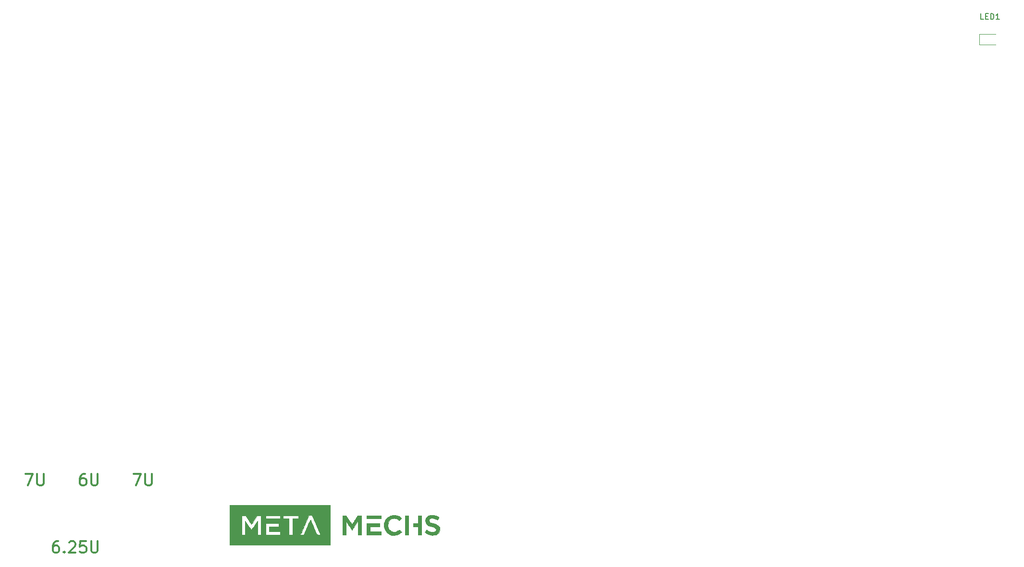
<source format=gto>
G04 #@! TF.GenerationSoftware,KiCad,Pcbnew,(5.1.2)-1*
G04 #@! TF.CreationDate,2019-05-29T05:21:17-07:00*
G04 #@! TF.ProjectId,mad cat,6d616420-6361-4742-9e6b-696361645f70,rev?*
G04 #@! TF.SameCoordinates,Original*
G04 #@! TF.FileFunction,Legend,Top*
G04 #@! TF.FilePolarity,Positive*
%FSLAX46Y46*%
G04 Gerber Fmt 4.6, Leading zero omitted, Abs format (unit mm)*
G04 Created by KiCad (PCBNEW (5.1.2)-1) date 2019-05-29 05:21:17*
%MOMM*%
%LPD*%
G04 APERTURE LIST*
%ADD10C,0.010000*%
%ADD11C,0.120000*%
%ADD12C,0.150000*%
%ADD13C,0.300000*%
G04 APERTURE END LIST*
D10*
G36*
X210170334Y-109899334D02*
G01*
X207630334Y-109899334D01*
X207630334Y-109349000D01*
X210170334Y-109349000D01*
X210170334Y-109899334D01*
X210170334Y-109899334D01*
G37*
X210170334Y-109899334D02*
X207630334Y-109899334D01*
X207630334Y-109349000D01*
X210170334Y-109349000D01*
X210170334Y-109899334D01*
G36*
X217282334Y-112735667D02*
G01*
X216689667Y-112735667D01*
X216689667Y-111296334D01*
X215885334Y-111296334D01*
X215885334Y-110746000D01*
X216689667Y-110746000D01*
X216689667Y-109349000D01*
X217282334Y-109349000D01*
X217282334Y-112735667D01*
X217282334Y-112735667D01*
G37*
X217282334Y-112735667D02*
X216689667Y-112735667D01*
X216689667Y-111296334D01*
X215885334Y-111296334D01*
X215885334Y-110746000D01*
X216689667Y-110746000D01*
X216689667Y-109349000D01*
X217282334Y-109349000D01*
X217282334Y-112735667D01*
G36*
X215038667Y-112735667D02*
G01*
X214446000Y-112735667D01*
X214446000Y-109349000D01*
X215038667Y-109349000D01*
X215038667Y-112735667D01*
X215038667Y-112735667D01*
G37*
X215038667Y-112735667D02*
X214446000Y-112735667D01*
X214446000Y-109349000D01*
X215038667Y-109349000D01*
X215038667Y-112735667D01*
G36*
X209916334Y-111296334D02*
G01*
X208223000Y-111296334D01*
X208223000Y-112185334D01*
X210170334Y-112185334D01*
X210170334Y-112735667D01*
X207630334Y-112735667D01*
X207630334Y-110746000D01*
X209916334Y-110746000D01*
X209916334Y-111296334D01*
X209916334Y-111296334D01*
G37*
X209916334Y-111296334D02*
X208223000Y-111296334D01*
X208223000Y-112185334D01*
X210170334Y-112185334D01*
X210170334Y-112735667D01*
X207630334Y-112735667D01*
X207630334Y-110746000D01*
X209916334Y-110746000D01*
X209916334Y-111296334D01*
G36*
X206741334Y-112735667D02*
G01*
X206148667Y-112735667D01*
X206148235Y-111518584D01*
X206147803Y-110301500D01*
X205629652Y-111095023D01*
X205478751Y-111324089D01*
X205342368Y-111527264D01*
X205227486Y-111694455D01*
X205141093Y-111815570D01*
X205090172Y-111880514D01*
X205080320Y-111888773D01*
X205048664Y-111855240D01*
X204977415Y-111761231D01*
X204873764Y-111616836D01*
X204744900Y-111432147D01*
X204598014Y-111217255D01*
X204529986Y-111116417D01*
X204010834Y-110343834D01*
X203999591Y-111539750D01*
X203988348Y-112735667D01*
X203397000Y-112735667D01*
X203397000Y-109349000D01*
X204059281Y-109349000D01*
X204559798Y-110134476D01*
X204716471Y-110376174D01*
X204853837Y-110579907D01*
X204966128Y-110737657D01*
X205047582Y-110841408D01*
X205092431Y-110883141D01*
X205097715Y-110882552D01*
X205131096Y-110837064D01*
X205202809Y-110731541D01*
X205305423Y-110577184D01*
X205431508Y-110385190D01*
X205573631Y-110166761D01*
X205611880Y-110107659D01*
X206088645Y-109370167D01*
X206414989Y-109357803D01*
X206741334Y-109345439D01*
X206741334Y-112735667D01*
X206741334Y-112735667D01*
G37*
X206741334Y-112735667D02*
X206148667Y-112735667D01*
X206148235Y-111518584D01*
X206147803Y-110301500D01*
X205629652Y-111095023D01*
X205478751Y-111324089D01*
X205342368Y-111527264D01*
X205227486Y-111694455D01*
X205141093Y-111815570D01*
X205090172Y-111880514D01*
X205080320Y-111888773D01*
X205048664Y-111855240D01*
X204977415Y-111761231D01*
X204873764Y-111616836D01*
X204744900Y-111432147D01*
X204598014Y-111217255D01*
X204529986Y-111116417D01*
X204010834Y-110343834D01*
X203999591Y-111539750D01*
X203988348Y-112735667D01*
X203397000Y-112735667D01*
X203397000Y-109349000D01*
X204059281Y-109349000D01*
X204559798Y-110134476D01*
X204716471Y-110376174D01*
X204853837Y-110579907D01*
X204966128Y-110737657D01*
X205047582Y-110841408D01*
X205092431Y-110883141D01*
X205097715Y-110882552D01*
X205131096Y-110837064D01*
X205202809Y-110731541D01*
X205305423Y-110577184D01*
X205431508Y-110385190D01*
X205573631Y-110166761D01*
X205611880Y-110107659D01*
X206088645Y-109370167D01*
X206414989Y-109357803D01*
X206741334Y-109345439D01*
X206741334Y-112735667D01*
G36*
X219477822Y-109306119D02*
G01*
X219666450Y-109344772D01*
X219870634Y-109406470D01*
X220067382Y-109482091D01*
X220233702Y-109562509D01*
X220346605Y-109638600D01*
X220366176Y-109658679D01*
X220381261Y-109709733D01*
X220352542Y-109789561D01*
X220273849Y-109914427D01*
X220263541Y-109929236D01*
X220113839Y-110143083D01*
X219818100Y-109991349D01*
X219530936Y-109871840D01*
X219267551Y-109817602D01*
X219037016Y-109829420D01*
X218849226Y-109907518D01*
X218708662Y-110042112D01*
X218645640Y-110193261D01*
X218660405Y-110347305D01*
X218753205Y-110490584D01*
X218837427Y-110559736D01*
X218940474Y-110611449D01*
X219098278Y-110670493D01*
X219282743Y-110726775D01*
X219353938Y-110745326D01*
X219732489Y-110855836D01*
X220032029Y-110983114D01*
X220257350Y-111131861D01*
X220413241Y-111306779D01*
X220504495Y-111512569D01*
X220535902Y-111753932D01*
X220529811Y-111899111D01*
X220470146Y-112180363D01*
X220344991Y-112409148D01*
X220151003Y-112590498D01*
X220017890Y-112669742D01*
X219881576Y-112733431D01*
X219757265Y-112772931D01*
X219614423Y-112794859D01*
X219422515Y-112805832D01*
X219384300Y-112807040D01*
X219208736Y-112810312D01*
X219064502Y-112809464D01*
X218973131Y-112804782D01*
X218954500Y-112801310D01*
X218892837Y-112781224D01*
X218778107Y-112747381D01*
X218677353Y-112718896D01*
X218552947Y-112673770D01*
X218402936Y-112604176D01*
X218246212Y-112520988D01*
X218101669Y-112435080D01*
X217988199Y-112357326D01*
X217924693Y-112298600D01*
X217917448Y-112281507D01*
X217943150Y-112234253D01*
X218009619Y-112145361D01*
X218080905Y-112059410D01*
X218244248Y-111869987D01*
X218398996Y-111988019D01*
X218690941Y-112165825D01*
X218999012Y-112263157D01*
X219225707Y-112285494D01*
X219492157Y-112269062D01*
X219688994Y-112206946D01*
X219818407Y-112098331D01*
X219845497Y-112054473D01*
X219903883Y-111872916D01*
X219880403Y-111712631D01*
X219775181Y-111573768D01*
X219588339Y-111456477D01*
X219320001Y-111360908D01*
X219263119Y-111346040D01*
X218901772Y-111246122D01*
X218616361Y-111143069D01*
X218398199Y-111031008D01*
X218238600Y-110904067D01*
X218128877Y-110756372D01*
X218060344Y-110582052D01*
X218046477Y-110523491D01*
X218022847Y-110231301D01*
X218073838Y-109967868D01*
X218192559Y-109739052D01*
X218372119Y-109550714D01*
X218605628Y-109408716D01*
X218886194Y-109318917D01*
X219206926Y-109287179D01*
X219477822Y-109306119D01*
X219477822Y-109306119D01*
G37*
X219477822Y-109306119D02*
X219666450Y-109344772D01*
X219870634Y-109406470D01*
X220067382Y-109482091D01*
X220233702Y-109562509D01*
X220346605Y-109638600D01*
X220366176Y-109658679D01*
X220381261Y-109709733D01*
X220352542Y-109789561D01*
X220273849Y-109914427D01*
X220263541Y-109929236D01*
X220113839Y-110143083D01*
X219818100Y-109991349D01*
X219530936Y-109871840D01*
X219267551Y-109817602D01*
X219037016Y-109829420D01*
X218849226Y-109907518D01*
X218708662Y-110042112D01*
X218645640Y-110193261D01*
X218660405Y-110347305D01*
X218753205Y-110490584D01*
X218837427Y-110559736D01*
X218940474Y-110611449D01*
X219098278Y-110670493D01*
X219282743Y-110726775D01*
X219353938Y-110745326D01*
X219732489Y-110855836D01*
X220032029Y-110983114D01*
X220257350Y-111131861D01*
X220413241Y-111306779D01*
X220504495Y-111512569D01*
X220535902Y-111753932D01*
X220529811Y-111899111D01*
X220470146Y-112180363D01*
X220344991Y-112409148D01*
X220151003Y-112590498D01*
X220017890Y-112669742D01*
X219881576Y-112733431D01*
X219757265Y-112772931D01*
X219614423Y-112794859D01*
X219422515Y-112805832D01*
X219384300Y-112807040D01*
X219208736Y-112810312D01*
X219064502Y-112809464D01*
X218973131Y-112804782D01*
X218954500Y-112801310D01*
X218892837Y-112781224D01*
X218778107Y-112747381D01*
X218677353Y-112718896D01*
X218552947Y-112673770D01*
X218402936Y-112604176D01*
X218246212Y-112520988D01*
X218101669Y-112435080D01*
X217988199Y-112357326D01*
X217924693Y-112298600D01*
X217917448Y-112281507D01*
X217943150Y-112234253D01*
X218009619Y-112145361D01*
X218080905Y-112059410D01*
X218244248Y-111869987D01*
X218398996Y-111988019D01*
X218690941Y-112165825D01*
X218999012Y-112263157D01*
X219225707Y-112285494D01*
X219492157Y-112269062D01*
X219688994Y-112206946D01*
X219818407Y-112098331D01*
X219845497Y-112054473D01*
X219903883Y-111872916D01*
X219880403Y-111712631D01*
X219775181Y-111573768D01*
X219588339Y-111456477D01*
X219320001Y-111360908D01*
X219263119Y-111346040D01*
X218901772Y-111246122D01*
X218616361Y-111143069D01*
X218398199Y-111031008D01*
X218238600Y-110904067D01*
X218128877Y-110756372D01*
X218060344Y-110582052D01*
X218046477Y-110523491D01*
X218022847Y-110231301D01*
X218073838Y-109967868D01*
X218192559Y-109739052D01*
X218372119Y-109550714D01*
X218605628Y-109408716D01*
X218886194Y-109318917D01*
X219206926Y-109287179D01*
X219477822Y-109306119D01*
G36*
X212498667Y-109329962D02*
G01*
X212730296Y-109333810D01*
X212900843Y-109345124D01*
X213033781Y-109367099D01*
X213152588Y-109402933D01*
X213215139Y-109427507D01*
X213364391Y-109499710D01*
X213513386Y-109588481D01*
X213643106Y-109680363D01*
X213734537Y-109761902D01*
X213768667Y-109819170D01*
X213741941Y-109869271D01*
X213672576Y-109958928D01*
X213595002Y-110047296D01*
X213421336Y-110235701D01*
X213288085Y-110135853D01*
X213049865Y-109979440D01*
X212826425Y-109885584D01*
X212589407Y-109843986D01*
X212472278Y-109839578D01*
X212297896Y-109843843D01*
X212172467Y-109864395D01*
X212060618Y-109909951D01*
X211967142Y-109964050D01*
X211731276Y-110156720D01*
X211553917Y-110398116D01*
X211437433Y-110673585D01*
X211384194Y-110968471D01*
X211396570Y-111268120D01*
X211476930Y-111557877D01*
X211627644Y-111823088D01*
X211659916Y-111864052D01*
X211860626Y-112044163D01*
X212107082Y-112165623D01*
X212380925Y-112225086D01*
X212663795Y-112219210D01*
X212937333Y-112144648D01*
X213011284Y-112110220D01*
X213152153Y-112035584D01*
X213275262Y-111966708D01*
X213333898Y-111931236D01*
X213389816Y-111902009D01*
X213440672Y-111905677D01*
X213507248Y-111951406D01*
X213610330Y-112048360D01*
X213619179Y-112057037D01*
X213810062Y-112244375D01*
X213717723Y-112342665D01*
X213583224Y-112459273D01*
X213402554Y-112581823D01*
X213209705Y-112689004D01*
X213068360Y-112749765D01*
X212862678Y-112800526D01*
X212613244Y-112830839D01*
X212359140Y-112837780D01*
X212142826Y-112819015D01*
X211829608Y-112726006D01*
X211526599Y-112564496D01*
X211251694Y-112348855D01*
X211022787Y-112093455D01*
X210857774Y-111812663D01*
X210841549Y-111774047D01*
X210795211Y-111643097D01*
X210765728Y-111512995D01*
X210749583Y-111358392D01*
X210743261Y-111153937D01*
X210742710Y-111061248D01*
X210743572Y-110853189D01*
X210750465Y-110704360D01*
X210768463Y-110589333D01*
X210802643Y-110482677D01*
X210858079Y-110358961D01*
X210899937Y-110273486D01*
X211088011Y-109964330D01*
X211320504Y-109718410D01*
X211612443Y-109521017D01*
X211729063Y-109461798D01*
X211857395Y-109403452D01*
X211963909Y-109365162D01*
X212072496Y-109342837D01*
X212207047Y-109332384D01*
X212391452Y-109329711D01*
X212498667Y-109329962D01*
X212498667Y-109329962D01*
G37*
X212498667Y-109329962D02*
X212730296Y-109333810D01*
X212900843Y-109345124D01*
X213033781Y-109367099D01*
X213152588Y-109402933D01*
X213215139Y-109427507D01*
X213364391Y-109499710D01*
X213513386Y-109588481D01*
X213643106Y-109680363D01*
X213734537Y-109761902D01*
X213768667Y-109819170D01*
X213741941Y-109869271D01*
X213672576Y-109958928D01*
X213595002Y-110047296D01*
X213421336Y-110235701D01*
X213288085Y-110135853D01*
X213049865Y-109979440D01*
X212826425Y-109885584D01*
X212589407Y-109843986D01*
X212472278Y-109839578D01*
X212297896Y-109843843D01*
X212172467Y-109864395D01*
X212060618Y-109909951D01*
X211967142Y-109964050D01*
X211731276Y-110156720D01*
X211553917Y-110398116D01*
X211437433Y-110673585D01*
X211384194Y-110968471D01*
X211396570Y-111268120D01*
X211476930Y-111557877D01*
X211627644Y-111823088D01*
X211659916Y-111864052D01*
X211860626Y-112044163D01*
X212107082Y-112165623D01*
X212380925Y-112225086D01*
X212663795Y-112219210D01*
X212937333Y-112144648D01*
X213011284Y-112110220D01*
X213152153Y-112035584D01*
X213275262Y-111966708D01*
X213333898Y-111931236D01*
X213389816Y-111902009D01*
X213440672Y-111905677D01*
X213507248Y-111951406D01*
X213610330Y-112048360D01*
X213619179Y-112057037D01*
X213810062Y-112244375D01*
X213717723Y-112342665D01*
X213583224Y-112459273D01*
X213402554Y-112581823D01*
X213209705Y-112689004D01*
X213068360Y-112749765D01*
X212862678Y-112800526D01*
X212613244Y-112830839D01*
X212359140Y-112837780D01*
X212142826Y-112819015D01*
X211829608Y-112726006D01*
X211526599Y-112564496D01*
X211251694Y-112348855D01*
X211022787Y-112093455D01*
X210857774Y-111812663D01*
X210841549Y-111774047D01*
X210795211Y-111643097D01*
X210765728Y-111512995D01*
X210749583Y-111358392D01*
X210743261Y-111153937D01*
X210742710Y-111061248D01*
X210743572Y-110853189D01*
X210750465Y-110704360D01*
X210768463Y-110589333D01*
X210802643Y-110482677D01*
X210858079Y-110358961D01*
X210899937Y-110273486D01*
X211088011Y-109964330D01*
X211320504Y-109718410D01*
X211612443Y-109521017D01*
X211729063Y-109461798D01*
X211857395Y-109403452D01*
X211963909Y-109365162D01*
X212072496Y-109342837D01*
X212207047Y-109332384D01*
X212391452Y-109329711D01*
X212498667Y-109329962D01*
G36*
X201195667Y-114556000D02*
G01*
X183500334Y-114556000D01*
X183500334Y-112735667D01*
X185659334Y-112735667D01*
X186252000Y-112735667D01*
X186252000Y-110301849D01*
X186781504Y-111095425D01*
X186935178Y-111323667D01*
X187074110Y-111526081D01*
X187191242Y-111692702D01*
X187279513Y-111813565D01*
X187331867Y-111878705D01*
X187342420Y-111887264D01*
X187374114Y-111853156D01*
X187445539Y-111758561D01*
X187549560Y-111613505D01*
X187679045Y-111428015D01*
X187826857Y-111212115D01*
X187903000Y-111099471D01*
X188432167Y-110313415D01*
X188443399Y-111524541D01*
X188454632Y-112735667D01*
X189046000Y-112735667D01*
X189046000Y-110746000D01*
X189892667Y-110746000D01*
X189892667Y-112735667D01*
X192390334Y-112735667D01*
X192390334Y-112185334D01*
X190485334Y-112185334D01*
X190485334Y-111296334D01*
X192178667Y-111296334D01*
X192178667Y-110746000D01*
X189892667Y-110746000D01*
X189046000Y-110746000D01*
X189046000Y-109349000D01*
X189892667Y-109349000D01*
X189892667Y-109899334D01*
X192432667Y-109899334D01*
X192432667Y-109349000D01*
X192898334Y-109349000D01*
X192898334Y-109899334D01*
X193956667Y-109899334D01*
X193956667Y-112735667D01*
X194591667Y-112735667D01*
X195989734Y-112735667D01*
X196608891Y-112735667D01*
X197177196Y-111382847D01*
X197330922Y-111018286D01*
X197455905Y-110725561D01*
X197555326Y-110498094D01*
X197632369Y-110329305D01*
X197690215Y-110212615D01*
X197732046Y-110141443D01*
X197761045Y-110109211D01*
X197780394Y-110109339D01*
X197787834Y-110120294D01*
X197814277Y-110180415D01*
X197869339Y-110308414D01*
X197948707Y-110494168D01*
X198048068Y-110727556D01*
X198163111Y-110998454D01*
X198289523Y-111296742D01*
X198359678Y-111462531D01*
X198889189Y-112714500D01*
X199195761Y-112726938D01*
X199344476Y-112728385D01*
X199453427Y-112720702D01*
X199501625Y-112705522D01*
X199502334Y-112703079D01*
X199485862Y-112657815D01*
X199438773Y-112543192D01*
X199364553Y-112367341D01*
X199266687Y-112138397D01*
X199148663Y-111864494D01*
X199013966Y-111553764D01*
X198866083Y-111214342D01*
X198771165Y-110997307D01*
X198039996Y-109327834D01*
X197765748Y-109315639D01*
X197491500Y-109303445D01*
X196848268Y-110776139D01*
X196698929Y-111117974D01*
X196556067Y-111444831D01*
X196424228Y-111746319D01*
X196307961Y-112012046D01*
X196211810Y-112231621D01*
X196140324Y-112394653D01*
X196098049Y-112490749D01*
X196097385Y-112492250D01*
X195989734Y-112735667D01*
X194591667Y-112735667D01*
X194591667Y-109899334D01*
X195650000Y-109899334D01*
X195650000Y-109349000D01*
X192898334Y-109349000D01*
X192432667Y-109349000D01*
X189892667Y-109349000D01*
X189046000Y-109349000D01*
X188717917Y-109349528D01*
X188389834Y-109350055D01*
X187884877Y-110133621D01*
X187700962Y-110415144D01*
X187556931Y-110626701D01*
X187450301Y-110771630D01*
X187378588Y-110853269D01*
X187339309Y-110874956D01*
X187335229Y-110872496D01*
X187299478Y-110824669D01*
X187225557Y-110717045D01*
X187121097Y-110561040D01*
X186993726Y-110368068D01*
X186851072Y-110149544D01*
X186818273Y-110098986D01*
X186346008Y-109370167D01*
X186002671Y-109357871D01*
X185659334Y-109345576D01*
X185659334Y-112735667D01*
X183500334Y-112735667D01*
X183500334Y-107486334D01*
X201195667Y-107486334D01*
X201195667Y-114556000D01*
X201195667Y-114556000D01*
G37*
X201195667Y-114556000D02*
X183500334Y-114556000D01*
X183500334Y-112735667D01*
X185659334Y-112735667D01*
X186252000Y-112735667D01*
X186252000Y-110301849D01*
X186781504Y-111095425D01*
X186935178Y-111323667D01*
X187074110Y-111526081D01*
X187191242Y-111692702D01*
X187279513Y-111813565D01*
X187331867Y-111878705D01*
X187342420Y-111887264D01*
X187374114Y-111853156D01*
X187445539Y-111758561D01*
X187549560Y-111613505D01*
X187679045Y-111428015D01*
X187826857Y-111212115D01*
X187903000Y-111099471D01*
X188432167Y-110313415D01*
X188443399Y-111524541D01*
X188454632Y-112735667D01*
X189046000Y-112735667D01*
X189046000Y-110746000D01*
X189892667Y-110746000D01*
X189892667Y-112735667D01*
X192390334Y-112735667D01*
X192390334Y-112185334D01*
X190485334Y-112185334D01*
X190485334Y-111296334D01*
X192178667Y-111296334D01*
X192178667Y-110746000D01*
X189892667Y-110746000D01*
X189046000Y-110746000D01*
X189046000Y-109349000D01*
X189892667Y-109349000D01*
X189892667Y-109899334D01*
X192432667Y-109899334D01*
X192432667Y-109349000D01*
X192898334Y-109349000D01*
X192898334Y-109899334D01*
X193956667Y-109899334D01*
X193956667Y-112735667D01*
X194591667Y-112735667D01*
X195989734Y-112735667D01*
X196608891Y-112735667D01*
X197177196Y-111382847D01*
X197330922Y-111018286D01*
X197455905Y-110725561D01*
X197555326Y-110498094D01*
X197632369Y-110329305D01*
X197690215Y-110212615D01*
X197732046Y-110141443D01*
X197761045Y-110109211D01*
X197780394Y-110109339D01*
X197787834Y-110120294D01*
X197814277Y-110180415D01*
X197869339Y-110308414D01*
X197948707Y-110494168D01*
X198048068Y-110727556D01*
X198163111Y-110998454D01*
X198289523Y-111296742D01*
X198359678Y-111462531D01*
X198889189Y-112714500D01*
X199195761Y-112726938D01*
X199344476Y-112728385D01*
X199453427Y-112720702D01*
X199501625Y-112705522D01*
X199502334Y-112703079D01*
X199485862Y-112657815D01*
X199438773Y-112543192D01*
X199364553Y-112367341D01*
X199266687Y-112138397D01*
X199148663Y-111864494D01*
X199013966Y-111553764D01*
X198866083Y-111214342D01*
X198771165Y-110997307D01*
X198039996Y-109327834D01*
X197765748Y-109315639D01*
X197491500Y-109303445D01*
X196848268Y-110776139D01*
X196698929Y-111117974D01*
X196556067Y-111444831D01*
X196424228Y-111746319D01*
X196307961Y-112012046D01*
X196211810Y-112231621D01*
X196140324Y-112394653D01*
X196098049Y-112490749D01*
X196097385Y-112492250D01*
X195989734Y-112735667D01*
X194591667Y-112735667D01*
X194591667Y-109899334D01*
X195650000Y-109899334D01*
X195650000Y-109349000D01*
X192898334Y-109349000D01*
X192432667Y-109349000D01*
X189892667Y-109349000D01*
X189046000Y-109349000D01*
X188717917Y-109349528D01*
X188389834Y-109350055D01*
X187884877Y-110133621D01*
X187700962Y-110415144D01*
X187556931Y-110626701D01*
X187450301Y-110771630D01*
X187378588Y-110853269D01*
X187339309Y-110874956D01*
X187335229Y-110872496D01*
X187299478Y-110824669D01*
X187225557Y-110717045D01*
X187121097Y-110561040D01*
X186993726Y-110368068D01*
X186851072Y-110149544D01*
X186818273Y-110098986D01*
X186346008Y-109370167D01*
X186002671Y-109357871D01*
X185659334Y-109345576D01*
X185659334Y-112735667D01*
X183500334Y-112735667D01*
X183500334Y-107486334D01*
X201195667Y-107486334D01*
X201195667Y-114556000D01*
D11*
X315615000Y-26310000D02*
X318500000Y-26310000D01*
X315615000Y-24490000D02*
X315615000Y-26310000D01*
X318500000Y-24490000D02*
X315615000Y-24490000D01*
D12*
X316380952Y-21852380D02*
X315904761Y-21852380D01*
X315904761Y-20852380D01*
X316714285Y-21328571D02*
X317047619Y-21328571D01*
X317190476Y-21852380D02*
X316714285Y-21852380D01*
X316714285Y-20852380D01*
X317190476Y-20852380D01*
X317619047Y-21852380D02*
X317619047Y-20852380D01*
X317857142Y-20852380D01*
X318000000Y-20900000D01*
X318095238Y-20995238D01*
X318142857Y-21090476D01*
X318190476Y-21280952D01*
X318190476Y-21423809D01*
X318142857Y-21614285D01*
X318095238Y-21709523D01*
X318000000Y-21804761D01*
X317857142Y-21852380D01*
X317619047Y-21852380D01*
X319142857Y-21852380D02*
X318571428Y-21852380D01*
X318857142Y-21852380D02*
X318857142Y-20852380D01*
X318761904Y-20995238D01*
X318666666Y-21090476D01*
X318571428Y-21138095D01*
D13*
X158083333Y-102029761D02*
X157702380Y-102029761D01*
X157511904Y-102125000D01*
X157416666Y-102220238D01*
X157226190Y-102505952D01*
X157130952Y-102886904D01*
X157130952Y-103648809D01*
X157226190Y-103839285D01*
X157321428Y-103934523D01*
X157511904Y-104029761D01*
X157892857Y-104029761D01*
X158083333Y-103934523D01*
X158178571Y-103839285D01*
X158273809Y-103648809D01*
X158273809Y-103172619D01*
X158178571Y-102982142D01*
X158083333Y-102886904D01*
X157892857Y-102791666D01*
X157511904Y-102791666D01*
X157321428Y-102886904D01*
X157226190Y-102982142D01*
X157130952Y-103172619D01*
X159130952Y-102029761D02*
X159130952Y-103648809D01*
X159226190Y-103839285D01*
X159321428Y-103934523D01*
X159511904Y-104029761D01*
X159892857Y-104029761D01*
X160083333Y-103934523D01*
X160178571Y-103839285D01*
X160273809Y-103648809D01*
X160273809Y-102029761D01*
X153321130Y-113904761D02*
X152940178Y-113904761D01*
X152749702Y-114000000D01*
X152654464Y-114095238D01*
X152463988Y-114380952D01*
X152368750Y-114761904D01*
X152368750Y-115523809D01*
X152463988Y-115714285D01*
X152559226Y-115809523D01*
X152749702Y-115904761D01*
X153130654Y-115904761D01*
X153321130Y-115809523D01*
X153416369Y-115714285D01*
X153511607Y-115523809D01*
X153511607Y-115047619D01*
X153416369Y-114857142D01*
X153321130Y-114761904D01*
X153130654Y-114666666D01*
X152749702Y-114666666D01*
X152559226Y-114761904D01*
X152463988Y-114857142D01*
X152368750Y-115047619D01*
X154368750Y-115714285D02*
X154463988Y-115809523D01*
X154368750Y-115904761D01*
X154273511Y-115809523D01*
X154368750Y-115714285D01*
X154368750Y-115904761D01*
X155225892Y-114095238D02*
X155321130Y-114000000D01*
X155511607Y-113904761D01*
X155987797Y-113904761D01*
X156178273Y-114000000D01*
X156273511Y-114095238D01*
X156368750Y-114285714D01*
X156368750Y-114476190D01*
X156273511Y-114761904D01*
X155130654Y-115904761D01*
X156368750Y-115904761D01*
X158178273Y-113904761D02*
X157225892Y-113904761D01*
X157130654Y-114857142D01*
X157225892Y-114761904D01*
X157416369Y-114666666D01*
X157892559Y-114666666D01*
X158083035Y-114761904D01*
X158178273Y-114857142D01*
X158273511Y-115047619D01*
X158273511Y-115523809D01*
X158178273Y-115714285D01*
X158083035Y-115809523D01*
X157892559Y-115904761D01*
X157416369Y-115904761D01*
X157225892Y-115809523D01*
X157130654Y-115714285D01*
X159130654Y-113904761D02*
X159130654Y-115523809D01*
X159225892Y-115714285D01*
X159321130Y-115809523D01*
X159511607Y-115904761D01*
X159892559Y-115904761D01*
X160083035Y-115809523D01*
X160178273Y-115714285D01*
X160273511Y-115523809D01*
X160273511Y-113904761D01*
X166560714Y-102029761D02*
X167894047Y-102029761D01*
X167036904Y-104029761D01*
X168655952Y-102029761D02*
X168655952Y-103648809D01*
X168751190Y-103839285D01*
X168846428Y-103934523D01*
X169036904Y-104029761D01*
X169417857Y-104029761D01*
X169608333Y-103934523D01*
X169703571Y-103839285D01*
X169798809Y-103648809D01*
X169798809Y-102029761D01*
X147510714Y-102029761D02*
X148844047Y-102029761D01*
X147986904Y-104029761D01*
X149605952Y-102029761D02*
X149605952Y-103648809D01*
X149701190Y-103839285D01*
X149796428Y-103934523D01*
X149986904Y-104029761D01*
X150367857Y-104029761D01*
X150558333Y-103934523D01*
X150653571Y-103839285D01*
X150748809Y-103648809D01*
X150748809Y-102029761D01*
M02*

</source>
